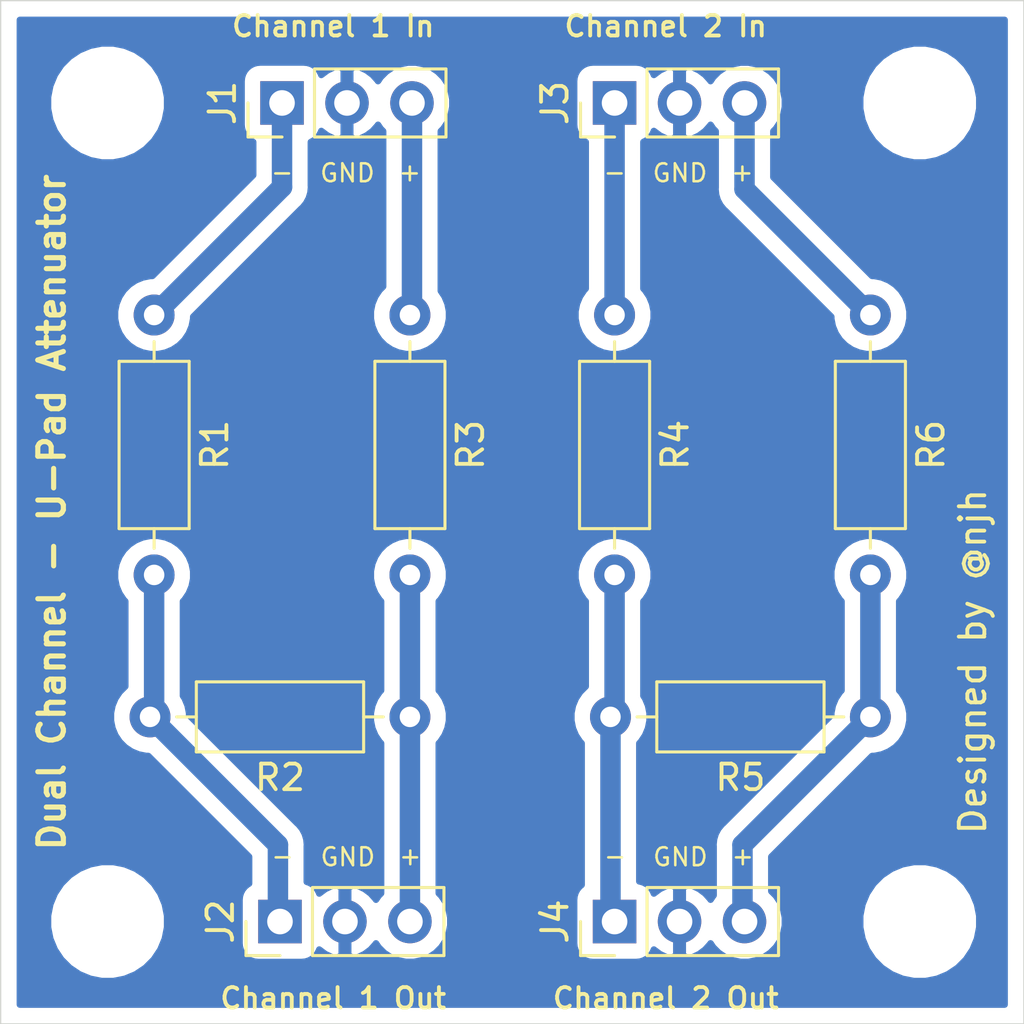
<source format=kicad_pcb>
(kicad_pcb (version 20171130) (host pcbnew "(5.1.6-0-10_14)")

  (general
    (thickness 1.6)
    (drawings 22)
    (tracks 25)
    (zones 0)
    (modules 14)
    (nets 10)
  )

  (page A4)
  (layers
    (0 F.Cu signal)
    (31 B.Cu signal hide)
    (32 B.Adhes user hide)
    (33 F.Adhes user hide)
    (34 B.Paste user hide)
    (35 F.Paste user hide)
    (36 B.SilkS user)
    (37 F.SilkS user)
    (38 B.Mask user)
    (39 F.Mask user)
    (40 Dwgs.User user)
    (41 Cmts.User user)
    (42 Eco1.User user)
    (43 Eco2.User user)
    (44 Edge.Cuts user)
    (45 Margin user)
    (46 B.CrtYd user)
    (47 F.CrtYd user)
    (48 B.Fab user)
    (49 F.Fab user)
  )

  (setup
    (last_trace_width 0.8)
    (user_trace_width 0.8)
    (trace_clearance 0.2)
    (zone_clearance 0.508)
    (zone_45_only no)
    (trace_min 0.8)
    (via_size 0.8)
    (via_drill 0.4)
    (via_min_size 0.4)
    (via_min_drill 0.3)
    (uvia_size 0.3)
    (uvia_drill 0.1)
    (uvias_allowed no)
    (uvia_min_size 0.2)
    (uvia_min_drill 0.1)
    (edge_width 0.05)
    (segment_width 0.2)
    (pcb_text_width 0.3)
    (pcb_text_size 1.5 1.5)
    (mod_edge_width 0.12)
    (mod_text_size 1 1)
    (mod_text_width 0.15)
    (pad_size 1.524 1.524)
    (pad_drill 0.762)
    (pad_to_mask_clearance 0.05)
    (aux_axis_origin 0 0)
    (visible_elements FFFFFF7F)
    (pcbplotparams
      (layerselection 0x030f0_ffffffff)
      (usegerberextensions false)
      (usegerberattributes false)
      (usegerberadvancedattributes false)
      (creategerberjobfile false)
      (excludeedgelayer true)
      (linewidth 0.100000)
      (plotframeref false)
      (viasonmask false)
      (mode 1)
      (useauxorigin false)
      (hpglpennumber 1)
      (hpglpenspeed 20)
      (hpglpendiameter 15.000000)
      (psnegative false)
      (psa4output false)
      (plotreference true)
      (plotvalue false)
      (plotinvisibletext false)
      (padsonsilk true)
      (subtractmaskfromsilk false)
      (outputformat 1)
      (mirror false)
      (drillshape 0)
      (scaleselection 1)
      (outputdirectory "gerber/"))
  )

  (net 0 "")
  (net 1 "Net-(J1-Pad3)")
  (net 2 GND)
  (net 3 "Net-(J1-Pad1)")
  (net 4 "Net-(J2-Pad3)")
  (net 5 "Net-(J2-Pad1)")
  (net 6 "Net-(J3-Pad3)")
  (net 7 "Net-(J3-Pad1)")
  (net 8 "Net-(J4-Pad3)")
  (net 9 "Net-(J4-Pad1)")

  (net_class Default "This is the default net class."
    (clearance 0.2)
    (trace_width 0.8)
    (via_dia 0.8)
    (via_drill 0.4)
    (uvia_dia 0.3)
    (uvia_drill 0.1)
    (diff_pair_width 0.8)
    (diff_pair_gap 0.25)
    (add_net GND)
    (add_net "Net-(J1-Pad1)")
    (add_net "Net-(J1-Pad3)")
    (add_net "Net-(J2-Pad1)")
    (add_net "Net-(J2-Pad3)")
    (add_net "Net-(J3-Pad1)")
    (add_net "Net-(J3-Pad3)")
    (add_net "Net-(J4-Pad1)")
    (add_net "Net-(J4-Pad3)")
  )

  (module Resistor_THT:R_Axial_DIN0207_L6.3mm_D2.5mm_P10.16mm_Horizontal (layer F.Cu) (tedit 5AE5139B) (tstamp 5F70833F)
    (at 73 34.29 270)
    (descr "Resistor, Axial_DIN0207 series, Axial, Horizontal, pin pitch=10.16mm, 0.25W = 1/4W, length*diameter=6.3*2.5mm^2, http://cdn-reichelt.de/documents/datenblatt/B400/1_4W%23YAG.pdf")
    (tags "Resistor Axial_DIN0207 series Axial Horizontal pin pitch 10.16mm 0.25W = 1/4W length 6.3mm diameter 2.5mm")
    (path /5F7152A5)
    (fp_text reference R6 (at 5.08 -2.37 90) (layer F.SilkS)
      (effects (font (size 1 1) (thickness 0.15)))
    )
    (fp_text value R (at 5.08 2.37 90) (layer F.Fab) hide
      (effects (font (size 1 1) (thickness 0.15)))
    )
    (fp_line (start 11.21 -1.5) (end -1.05 -1.5) (layer F.CrtYd) (width 0.05))
    (fp_line (start 11.21 1.5) (end 11.21 -1.5) (layer F.CrtYd) (width 0.05))
    (fp_line (start -1.05 1.5) (end 11.21 1.5) (layer F.CrtYd) (width 0.05))
    (fp_line (start -1.05 -1.5) (end -1.05 1.5) (layer F.CrtYd) (width 0.05))
    (fp_line (start 9.12 0) (end 8.35 0) (layer F.SilkS) (width 0.12))
    (fp_line (start 1.04 0) (end 1.81 0) (layer F.SilkS) (width 0.12))
    (fp_line (start 8.35 -1.37) (end 1.81 -1.37) (layer F.SilkS) (width 0.12))
    (fp_line (start 8.35 1.37) (end 8.35 -1.37) (layer F.SilkS) (width 0.12))
    (fp_line (start 1.81 1.37) (end 8.35 1.37) (layer F.SilkS) (width 0.12))
    (fp_line (start 1.81 -1.37) (end 1.81 1.37) (layer F.SilkS) (width 0.12))
    (fp_line (start 10.16 0) (end 8.23 0) (layer F.Fab) (width 0.1))
    (fp_line (start 0 0) (end 1.93 0) (layer F.Fab) (width 0.1))
    (fp_line (start 8.23 -1.25) (end 1.93 -1.25) (layer F.Fab) (width 0.1))
    (fp_line (start 8.23 1.25) (end 8.23 -1.25) (layer F.Fab) (width 0.1))
    (fp_line (start 1.93 1.25) (end 8.23 1.25) (layer F.Fab) (width 0.1))
    (fp_line (start 1.93 -1.25) (end 1.93 1.25) (layer F.Fab) (width 0.1))
    (fp_text user %R (at 5.08 0 90) (layer F.Fab)
      (effects (font (size 1 1) (thickness 0.15)))
    )
    (pad 2 thru_hole oval (at 10.16 0 270) (size 1.6 1.6) (drill 0.8) (layers *.Cu *.Mask)
      (net 8 "Net-(J4-Pad3)"))
    (pad 1 thru_hole circle (at 0 0 270) (size 1.6 1.6) (drill 0.8) (layers *.Cu *.Mask)
      (net 6 "Net-(J3-Pad3)"))
    (model ${KISYS3DMOD}/Resistor_THT.3dshapes/R_Axial_DIN0207_L6.3mm_D2.5mm_P10.16mm_Horizontal.wrl
      (at (xyz 0 0 0))
      (scale (xyz 1 1 1))
      (rotate (xyz 0 0 0))
    )
  )

  (module MountingHole:MountingHole_3.2mm_M3_ISO14580 (layer F.Cu) (tedit 56D1B4CB) (tstamp 5F73171B)
    (at 43.18 26)
    (descr "Mounting Hole 3.2mm, no annular, M3, ISO14580")
    (tags "mounting hole 3.2mm no annular m3 iso14580")
    (attr virtual)
    (fp_text reference REF** (at 0 -3.75) (layer F.SilkS) hide
      (effects (font (size 1 1) (thickness 0.15)))
    )
    (fp_text value MountingHole_3.2mm_M3_ISO14580 (at 0 3.75) (layer F.Fab) hide
      (effects (font (size 1 1) (thickness 0.15)))
    )
    (fp_circle (center 0 0) (end 2.75 0) (layer Cmts.User) (width 0.15))
    (fp_circle (center 0 0) (end 3 0) (layer F.CrtYd) (width 0.05))
    (fp_text user %R (at 0.3 0) (layer F.Fab)
      (effects (font (size 1 1) (thickness 0.15)))
    )
    (pad 1 np_thru_hole circle (at 0 0) (size 3.2 3.2) (drill 3.2) (layers *.Cu *.Mask))
  )

  (module MountingHole:MountingHole_3.2mm_M3_ISO14580 (layer F.Cu) (tedit 56D1B4CB) (tstamp 5F70F202)
    (at 74.93 58)
    (descr "Mounting Hole 3.2mm, no annular, M3, ISO14580")
    (tags "mounting hole 3.2mm no annular m3 iso14580")
    (attr virtual)
    (fp_text reference REF** (at 0 -3.75) (layer F.SilkS) hide
      (effects (font (size 1 1) (thickness 0.15)))
    )
    (fp_text value MountingHole_3.2mm_M3_ISO14580 (at 0 3.75) (layer F.Fab) hide
      (effects (font (size 1 1) (thickness 0.15)))
    )
    (fp_circle (center 0 0) (end 2.75 0) (layer Cmts.User) (width 0.15))
    (fp_circle (center 0 0) (end 3 0) (layer F.CrtYd) (width 0.05))
    (fp_text user %R (at 0.3 0) (layer F.Fab)
      (effects (font (size 1 1) (thickness 0.15)))
    )
    (pad 1 np_thru_hole circle (at 0 0) (size 3.2 3.2) (drill 3.2) (layers *.Cu *.Mask))
  )

  (module MountingHole:MountingHole_3.2mm_M3_ISO14580 (layer F.Cu) (tedit 56D1B4CB) (tstamp 5F70F2CE)
    (at 43.18 58)
    (descr "Mounting Hole 3.2mm, no annular, M3, ISO14580")
    (tags "mounting hole 3.2mm no annular m3 iso14580")
    (attr virtual)
    (fp_text reference REF** (at 0 -3.75) (layer F.SilkS) hide
      (effects (font (size 1 1) (thickness 0.15)))
    )
    (fp_text value MountingHole_3.2mm_M3_ISO14580 (at 0 3.75) (layer F.Fab) hide
      (effects (font (size 1 1) (thickness 0.15)))
    )
    (fp_circle (center 0 0) (end 2.75 0) (layer Cmts.User) (width 0.15))
    (fp_circle (center 0 0) (end 3 0) (layer F.CrtYd) (width 0.05))
    (fp_text user %R (at 0.3 0) (layer F.Fab)
      (effects (font (size 1 1) (thickness 0.15)))
    )
    (pad 1 np_thru_hole circle (at 0 0) (size 3.2 3.2) (drill 3.2) (layers *.Cu *.Mask))
  )

  (module MountingHole:MountingHole_3.2mm_M3_ISO14580 (layer F.Cu) (tedit 56D1B4CB) (tstamp 5F70F2F1)
    (at 74.93 26)
    (descr "Mounting Hole 3.2mm, no annular, M3, ISO14580")
    (tags "mounting hole 3.2mm no annular m3 iso14580")
    (attr virtual)
    (fp_text reference REF** (at 0 -3.75) (layer F.SilkS) hide
      (effects (font (size 1 1) (thickness 0.15)))
    )
    (fp_text value MountingHole_3.2mm_M3_ISO14580 (at 0 3.75) (layer F.Fab) hide
      (effects (font (size 1 1) (thickness 0.15)))
    )
    (fp_circle (center 0 0) (end 2.75 0) (layer Cmts.User) (width 0.15))
    (fp_circle (center 0 0) (end 3 0) (layer F.CrtYd) (width 0.05))
    (fp_text user %R (at 0.3 0) (layer F.Fab)
      (effects (font (size 1 1) (thickness 0.15)))
    )
    (pad 1 np_thru_hole circle (at 0 0) (size 3.2 3.2) (drill 3.2) (layers *.Cu *.Mask))
  )

  (module Resistor_THT:R_Axial_DIN0207_L6.3mm_D2.5mm_P10.16mm_Horizontal (layer F.Cu) (tedit 5AE5139B) (tstamp 5F708328)
    (at 73 50 180)
    (descr "Resistor, Axial_DIN0207 series, Axial, Horizontal, pin pitch=10.16mm, 0.25W = 1/4W, length*diameter=6.3*2.5mm^2, http://cdn-reichelt.de/documents/datenblatt/B400/1_4W%23YAG.pdf")
    (tags "Resistor Axial_DIN0207 series Axial Horizontal pin pitch 10.16mm 0.25W = 1/4W length 6.3mm diameter 2.5mm")
    (path /5F71529B)
    (fp_text reference R5 (at 5.08 -2.37) (layer F.SilkS)
      (effects (font (size 1 1) (thickness 0.15)))
    )
    (fp_text value R (at 5.08 2.37) (layer F.Fab) hide
      (effects (font (size 1 1) (thickness 0.15)))
    )
    (fp_line (start 11.21 -1.5) (end -1.05 -1.5) (layer F.CrtYd) (width 0.05))
    (fp_line (start 11.21 1.5) (end 11.21 -1.5) (layer F.CrtYd) (width 0.05))
    (fp_line (start -1.05 1.5) (end 11.21 1.5) (layer F.CrtYd) (width 0.05))
    (fp_line (start -1.05 -1.5) (end -1.05 1.5) (layer F.CrtYd) (width 0.05))
    (fp_line (start 9.12 0) (end 8.35 0) (layer F.SilkS) (width 0.12))
    (fp_line (start 1.04 0) (end 1.81 0) (layer F.SilkS) (width 0.12))
    (fp_line (start 8.35 -1.37) (end 1.81 -1.37) (layer F.SilkS) (width 0.12))
    (fp_line (start 8.35 1.37) (end 8.35 -1.37) (layer F.SilkS) (width 0.12))
    (fp_line (start 1.81 1.37) (end 8.35 1.37) (layer F.SilkS) (width 0.12))
    (fp_line (start 1.81 -1.37) (end 1.81 1.37) (layer F.SilkS) (width 0.12))
    (fp_line (start 10.16 0) (end 8.23 0) (layer F.Fab) (width 0.1))
    (fp_line (start 0 0) (end 1.93 0) (layer F.Fab) (width 0.1))
    (fp_line (start 8.23 -1.25) (end 1.93 -1.25) (layer F.Fab) (width 0.1))
    (fp_line (start 8.23 1.25) (end 8.23 -1.25) (layer F.Fab) (width 0.1))
    (fp_line (start 1.93 1.25) (end 8.23 1.25) (layer F.Fab) (width 0.1))
    (fp_line (start 1.93 -1.25) (end 1.93 1.25) (layer F.Fab) (width 0.1))
    (fp_text user %R (at 5.08 0) (layer F.Fab)
      (effects (font (size 1 1) (thickness 0.15)))
    )
    (pad 2 thru_hole oval (at 10.16 0 180) (size 1.6 1.6) (drill 0.8) (layers *.Cu *.Mask)
      (net 9 "Net-(J4-Pad1)"))
    (pad 1 thru_hole circle (at 0 0 180) (size 1.6 1.6) (drill 0.8) (layers *.Cu *.Mask)
      (net 8 "Net-(J4-Pad3)"))
    (model ${KISYS3DMOD}/Resistor_THT.3dshapes/R_Axial_DIN0207_L6.3mm_D2.5mm_P10.16mm_Horizontal.wrl
      (at (xyz 0 0 0))
      (scale (xyz 1 1 1))
      (rotate (xyz 0 0 0))
    )
  )

  (module Resistor_THT:R_Axial_DIN0207_L6.3mm_D2.5mm_P10.16mm_Horizontal (layer F.Cu) (tedit 5AE5139B) (tstamp 5F708311)
    (at 63 34.29 270)
    (descr "Resistor, Axial_DIN0207 series, Axial, Horizontal, pin pitch=10.16mm, 0.25W = 1/4W, length*diameter=6.3*2.5mm^2, http://cdn-reichelt.de/documents/datenblatt/B400/1_4W%23YAG.pdf")
    (tags "Resistor Axial_DIN0207 series Axial Horizontal pin pitch 10.16mm 0.25W = 1/4W length 6.3mm diameter 2.5mm")
    (path /5F7152E1)
    (fp_text reference R4 (at 5.08 -2.37 90) (layer F.SilkS)
      (effects (font (size 1 1) (thickness 0.15)))
    )
    (fp_text value R (at 5.08 2.37 90) (layer F.Fab) hide
      (effects (font (size 1 1) (thickness 0.15)))
    )
    (fp_line (start 11.21 -1.5) (end -1.05 -1.5) (layer F.CrtYd) (width 0.05))
    (fp_line (start 11.21 1.5) (end 11.21 -1.5) (layer F.CrtYd) (width 0.05))
    (fp_line (start -1.05 1.5) (end 11.21 1.5) (layer F.CrtYd) (width 0.05))
    (fp_line (start -1.05 -1.5) (end -1.05 1.5) (layer F.CrtYd) (width 0.05))
    (fp_line (start 9.12 0) (end 8.35 0) (layer F.SilkS) (width 0.12))
    (fp_line (start 1.04 0) (end 1.81 0) (layer F.SilkS) (width 0.12))
    (fp_line (start 8.35 -1.37) (end 1.81 -1.37) (layer F.SilkS) (width 0.12))
    (fp_line (start 8.35 1.37) (end 8.35 -1.37) (layer F.SilkS) (width 0.12))
    (fp_line (start 1.81 1.37) (end 8.35 1.37) (layer F.SilkS) (width 0.12))
    (fp_line (start 1.81 -1.37) (end 1.81 1.37) (layer F.SilkS) (width 0.12))
    (fp_line (start 10.16 0) (end 8.23 0) (layer F.Fab) (width 0.1))
    (fp_line (start 0 0) (end 1.93 0) (layer F.Fab) (width 0.1))
    (fp_line (start 8.23 -1.25) (end 1.93 -1.25) (layer F.Fab) (width 0.1))
    (fp_line (start 8.23 1.25) (end 8.23 -1.25) (layer F.Fab) (width 0.1))
    (fp_line (start 1.93 1.25) (end 8.23 1.25) (layer F.Fab) (width 0.1))
    (fp_line (start 1.93 -1.25) (end 1.93 1.25) (layer F.Fab) (width 0.1))
    (fp_text user %R (at 5.08 0 90) (layer F.Fab)
      (effects (font (size 1 1) (thickness 0.15)))
    )
    (pad 2 thru_hole oval (at 10.16 0 270) (size 1.6 1.6) (drill 0.8) (layers *.Cu *.Mask)
      (net 9 "Net-(J4-Pad1)"))
    (pad 1 thru_hole circle (at 0 0 270) (size 1.6 1.6) (drill 0.8) (layers *.Cu *.Mask)
      (net 7 "Net-(J3-Pad1)"))
    (model ${KISYS3DMOD}/Resistor_THT.3dshapes/R_Axial_DIN0207_L6.3mm_D2.5mm_P10.16mm_Horizontal.wrl
      (at (xyz 0 0 0))
      (scale (xyz 1 1 1))
      (rotate (xyz 0 0 0))
    )
  )

  (module Connector_PinHeader_2.54mm:PinHeader_1x03_P2.54mm_Vertical (layer F.Cu) (tedit 59FED5CC) (tstamp 5F708276)
    (at 63 58 90)
    (descr "Through hole straight pin header, 1x03, 2.54mm pitch, single row")
    (tags "Through hole pin header THT 1x03 2.54mm single row")
    (path /5F7152AF)
    (fp_text reference J4 (at 0 -2.33 90) (layer F.SilkS)
      (effects (font (size 1 1) (thickness 0.15)))
    )
    (fp_text value Conn_01x03_Male (at 0 7.41 90) (layer F.Fab) hide
      (effects (font (size 1 1) (thickness 0.15)))
    )
    (fp_line (start 1.8 -1.8) (end -1.8 -1.8) (layer F.CrtYd) (width 0.05))
    (fp_line (start 1.8 6.85) (end 1.8 -1.8) (layer F.CrtYd) (width 0.05))
    (fp_line (start -1.8 6.85) (end 1.8 6.85) (layer F.CrtYd) (width 0.05))
    (fp_line (start -1.8 -1.8) (end -1.8 6.85) (layer F.CrtYd) (width 0.05))
    (fp_line (start -1.33 -1.33) (end 0 -1.33) (layer F.SilkS) (width 0.12))
    (fp_line (start -1.33 0) (end -1.33 -1.33) (layer F.SilkS) (width 0.12))
    (fp_line (start -1.33 1.27) (end 1.33 1.27) (layer F.SilkS) (width 0.12))
    (fp_line (start 1.33 1.27) (end 1.33 6.41) (layer F.SilkS) (width 0.12))
    (fp_line (start -1.33 1.27) (end -1.33 6.41) (layer F.SilkS) (width 0.12))
    (fp_line (start -1.33 6.41) (end 1.33 6.41) (layer F.SilkS) (width 0.12))
    (fp_line (start -1.27 -0.635) (end -0.635 -1.27) (layer F.Fab) (width 0.1))
    (fp_line (start -1.27 6.35) (end -1.27 -0.635) (layer F.Fab) (width 0.1))
    (fp_line (start 1.27 6.35) (end -1.27 6.35) (layer F.Fab) (width 0.1))
    (fp_line (start 1.27 -1.27) (end 1.27 6.35) (layer F.Fab) (width 0.1))
    (fp_line (start -0.635 -1.27) (end 1.27 -1.27) (layer F.Fab) (width 0.1))
    (fp_text user %R (at 0 2.54) (layer F.Fab)
      (effects (font (size 1 1) (thickness 0.15)))
    )
    (pad 3 thru_hole oval (at 0 5.08 90) (size 1.7 1.7) (drill 1) (layers *.Cu *.Mask)
      (net 8 "Net-(J4-Pad3)"))
    (pad 2 thru_hole oval (at 0 2.54 90) (size 1.7 1.7) (drill 1) (layers *.Cu *.Mask)
      (net 2 GND))
    (pad 1 thru_hole rect (at 0 0 90) (size 1.7 1.7) (drill 1) (layers *.Cu *.Mask)
      (net 9 "Net-(J4-Pad1)"))
    (model ${KISYS3DMOD}/Connector_PinHeader_2.54mm.3dshapes/PinHeader_1x03_P2.54mm_Vertical.wrl
      (at (xyz 0 0 0))
      (scale (xyz 1 1 1))
      (rotate (xyz 0 0 0))
    )
  )

  (module Connector_PinHeader_2.54mm:PinHeader_1x03_P2.54mm_Vertical (layer F.Cu) (tedit 59FED5CC) (tstamp 5F70825F)
    (at 63 26 90)
    (descr "Through hole straight pin header, 1x03, 2.54mm pitch, single row")
    (tags "Through hole pin header THT 1x03 2.54mm single row")
    (path /5F7152D6)
    (fp_text reference J3 (at 0 -2.33 90) (layer F.SilkS)
      (effects (font (size 1 1) (thickness 0.15)))
    )
    (fp_text value Conn_01x03_Male (at 0 7.41 90) (layer F.Fab) hide
      (effects (font (size 1 1) (thickness 0.15)))
    )
    (fp_line (start 1.8 -1.8) (end -1.8 -1.8) (layer F.CrtYd) (width 0.05))
    (fp_line (start 1.8 6.85) (end 1.8 -1.8) (layer F.CrtYd) (width 0.05))
    (fp_line (start -1.8 6.85) (end 1.8 6.85) (layer F.CrtYd) (width 0.05))
    (fp_line (start -1.8 -1.8) (end -1.8 6.85) (layer F.CrtYd) (width 0.05))
    (fp_line (start -1.33 -1.33) (end 0 -1.33) (layer F.SilkS) (width 0.12))
    (fp_line (start -1.33 0) (end -1.33 -1.33) (layer F.SilkS) (width 0.12))
    (fp_line (start -1.33 1.27) (end 1.33 1.27) (layer F.SilkS) (width 0.12))
    (fp_line (start 1.33 1.27) (end 1.33 6.41) (layer F.SilkS) (width 0.12))
    (fp_line (start -1.33 1.27) (end -1.33 6.41) (layer F.SilkS) (width 0.12))
    (fp_line (start -1.33 6.41) (end 1.33 6.41) (layer F.SilkS) (width 0.12))
    (fp_line (start -1.27 -0.635) (end -0.635 -1.27) (layer F.Fab) (width 0.1))
    (fp_line (start -1.27 6.35) (end -1.27 -0.635) (layer F.Fab) (width 0.1))
    (fp_line (start 1.27 6.35) (end -1.27 6.35) (layer F.Fab) (width 0.1))
    (fp_line (start 1.27 -1.27) (end 1.27 6.35) (layer F.Fab) (width 0.1))
    (fp_line (start -0.635 -1.27) (end 1.27 -1.27) (layer F.Fab) (width 0.1))
    (fp_text user %R (at 0 2.54) (layer F.Fab)
      (effects (font (size 1 1) (thickness 0.15)))
    )
    (pad 3 thru_hole oval (at 0 5.08 90) (size 1.7 1.7) (drill 1) (layers *.Cu *.Mask)
      (net 6 "Net-(J3-Pad3)"))
    (pad 2 thru_hole oval (at 0 2.54 90) (size 1.7 1.7) (drill 1) (layers *.Cu *.Mask)
      (net 2 GND))
    (pad 1 thru_hole rect (at 0 0 90) (size 1.7 1.7) (drill 1) (layers *.Cu *.Mask)
      (net 7 "Net-(J3-Pad1)"))
    (model ${KISYS3DMOD}/Connector_PinHeader_2.54mm.3dshapes/PinHeader_1x03_P2.54mm_Vertical.wrl
      (at (xyz 0 0 0))
      (scale (xyz 1 1 1))
      (rotate (xyz 0 0 0))
    )
  )

  (module Connector_PinHeader_2.54mm:PinHeader_1x03_P2.54mm_Vertical (layer F.Cu) (tedit 59FED5CC) (tstamp 5F7033F9)
    (at 49.92 58 90)
    (descr "Through hole straight pin header, 1x03, 2.54mm pitch, single row")
    (tags "Through hole pin header THT 1x03 2.54mm single row")
    (path /5F6FEFE5)
    (fp_text reference J2 (at 0 -2.33 90) (layer F.SilkS)
      (effects (font (size 1 1) (thickness 0.15)))
    )
    (fp_text value Conn_01x03_Male (at 0 7.41 90) (layer F.Fab) hide
      (effects (font (size 1 1) (thickness 0.15)))
    )
    (fp_line (start -0.635 -1.27) (end 1.27 -1.27) (layer F.Fab) (width 0.1))
    (fp_line (start 1.27 -1.27) (end 1.27 6.35) (layer F.Fab) (width 0.1))
    (fp_line (start 1.27 6.35) (end -1.27 6.35) (layer F.Fab) (width 0.1))
    (fp_line (start -1.27 6.35) (end -1.27 -0.635) (layer F.Fab) (width 0.1))
    (fp_line (start -1.27 -0.635) (end -0.635 -1.27) (layer F.Fab) (width 0.1))
    (fp_line (start -1.33 6.41) (end 1.33 6.41) (layer F.SilkS) (width 0.12))
    (fp_line (start -1.33 1.27) (end -1.33 6.41) (layer F.SilkS) (width 0.12))
    (fp_line (start 1.33 1.27) (end 1.33 6.41) (layer F.SilkS) (width 0.12))
    (fp_line (start -1.33 1.27) (end 1.33 1.27) (layer F.SilkS) (width 0.12))
    (fp_line (start -1.33 0) (end -1.33 -1.33) (layer F.SilkS) (width 0.12))
    (fp_line (start -1.33 -1.33) (end 0 -1.33) (layer F.SilkS) (width 0.12))
    (fp_line (start -1.8 -1.8) (end -1.8 6.85) (layer F.CrtYd) (width 0.05))
    (fp_line (start -1.8 6.85) (end 1.8 6.85) (layer F.CrtYd) (width 0.05))
    (fp_line (start 1.8 6.85) (end 1.8 -1.8) (layer F.CrtYd) (width 0.05))
    (fp_line (start 1.8 -1.8) (end -1.8 -1.8) (layer F.CrtYd) (width 0.05))
    (fp_text user %R (at 0 2.54) (layer F.Fab)
      (effects (font (size 1 1) (thickness 0.15)))
    )
    (pad 3 thru_hole oval (at 0 5.08 90) (size 1.7 1.7) (drill 1) (layers *.Cu *.Mask)
      (net 4 "Net-(J2-Pad3)"))
    (pad 2 thru_hole oval (at 0 2.54 90) (size 1.7 1.7) (drill 1) (layers *.Cu *.Mask)
      (net 2 GND))
    (pad 1 thru_hole rect (at 0 0 90) (size 1.7 1.7) (drill 1) (layers *.Cu *.Mask)
      (net 5 "Net-(J2-Pad1)"))
    (model ${KISYS3DMOD}/Connector_PinHeader_2.54mm.3dshapes/PinHeader_1x03_P2.54mm_Vertical.wrl
      (at (xyz 0 0 0))
      (scale (xyz 1 1 1))
      (rotate (xyz 0 0 0))
    )
  )

  (module Connector_PinHeader_2.54mm:PinHeader_1x03_P2.54mm_Vertical (layer F.Cu) (tedit 59FED5CC) (tstamp 5F7033B9)
    (at 50 26 90)
    (descr "Through hole straight pin header, 1x03, 2.54mm pitch, single row")
    (tags "Through hole pin header THT 1x03 2.54mm single row")
    (path /5F6FD379)
    (fp_text reference J1 (at 0 -2.33 90) (layer F.SilkS)
      (effects (font (size 1 1) (thickness 0.15)))
    )
    (fp_text value Conn_01x03_Male (at 0 7.41 90) (layer F.Fab) hide
      (effects (font (size 1 1) (thickness 0.15)))
    )
    (fp_line (start -0.635 -1.27) (end 1.27 -1.27) (layer F.Fab) (width 0.1))
    (fp_line (start 1.27 -1.27) (end 1.27 6.35) (layer F.Fab) (width 0.1))
    (fp_line (start 1.27 6.35) (end -1.27 6.35) (layer F.Fab) (width 0.1))
    (fp_line (start -1.27 6.35) (end -1.27 -0.635) (layer F.Fab) (width 0.1))
    (fp_line (start -1.27 -0.635) (end -0.635 -1.27) (layer F.Fab) (width 0.1))
    (fp_line (start -1.33 6.41) (end 1.33 6.41) (layer F.SilkS) (width 0.12))
    (fp_line (start -1.33 1.27) (end -1.33 6.41) (layer F.SilkS) (width 0.12))
    (fp_line (start 1.33 1.27) (end 1.33 6.41) (layer F.SilkS) (width 0.12))
    (fp_line (start -1.33 1.27) (end 1.33 1.27) (layer F.SilkS) (width 0.12))
    (fp_line (start -1.33 0) (end -1.33 -1.33) (layer F.SilkS) (width 0.12))
    (fp_line (start -1.33 -1.33) (end 0 -1.33) (layer F.SilkS) (width 0.12))
    (fp_line (start -1.8 -1.8) (end -1.8 6.85) (layer F.CrtYd) (width 0.05))
    (fp_line (start -1.8 6.85) (end 1.8 6.85) (layer F.CrtYd) (width 0.05))
    (fp_line (start 1.8 6.85) (end 1.8 -1.8) (layer F.CrtYd) (width 0.05))
    (fp_line (start 1.8 -1.8) (end -1.8 -1.8) (layer F.CrtYd) (width 0.05))
    (fp_text user %R (at 0 2.54) (layer F.Fab)
      (effects (font (size 1 1) (thickness 0.15)))
    )
    (pad 3 thru_hole oval (at 0 5.08 90) (size 1.7 1.7) (drill 1) (layers *.Cu *.Mask)
      (net 1 "Net-(J1-Pad3)"))
    (pad 2 thru_hole oval (at 0 2.54 90) (size 1.7 1.7) (drill 1) (layers *.Cu *.Mask)
      (net 2 GND))
    (pad 1 thru_hole rect (at 0 0 90) (size 1.7 1.7) (drill 1) (layers *.Cu *.Mask)
      (net 3 "Net-(J1-Pad1)"))
    (model ${KISYS3DMOD}/Connector_PinHeader_2.54mm.3dshapes/PinHeader_1x03_P2.54mm_Vertical.wrl
      (at (xyz 0 0 0))
      (scale (xyz 1 1 1))
      (rotate (xyz 0 0 0))
    )
  )

  (module Resistor_THT:R_Axial_DIN0207_L6.3mm_D2.5mm_P10.16mm_Horizontal (layer F.Cu) (tedit 5AE5139B) (tstamp 5F70343E)
    (at 55 34.29 270)
    (descr "Resistor, Axial_DIN0207 series, Axial, Horizontal, pin pitch=10.16mm, 0.25W = 1/4W, length*diameter=6.3*2.5mm^2, http://cdn-reichelt.de/documents/datenblatt/B400/1_4W%23YAG.pdf")
    (tags "Resistor Axial_DIN0207 series Axial Horizontal pin pitch 10.16mm 0.25W = 1/4W length 6.3mm diameter 2.5mm")
    (path /5F6F894C)
    (fp_text reference R3 (at 5.08 -2.37 90) (layer F.SilkS)
      (effects (font (size 1 1) (thickness 0.15)))
    )
    (fp_text value R (at 5.08 2.37 90) (layer F.Fab) hide
      (effects (font (size 1 1) (thickness 0.15)))
    )
    (fp_line (start 1.93 -1.25) (end 1.93 1.25) (layer F.Fab) (width 0.1))
    (fp_line (start 1.93 1.25) (end 8.23 1.25) (layer F.Fab) (width 0.1))
    (fp_line (start 8.23 1.25) (end 8.23 -1.25) (layer F.Fab) (width 0.1))
    (fp_line (start 8.23 -1.25) (end 1.93 -1.25) (layer F.Fab) (width 0.1))
    (fp_line (start 0 0) (end 1.93 0) (layer F.Fab) (width 0.1))
    (fp_line (start 10.16 0) (end 8.23 0) (layer F.Fab) (width 0.1))
    (fp_line (start 1.81 -1.37) (end 1.81 1.37) (layer F.SilkS) (width 0.12))
    (fp_line (start 1.81 1.37) (end 8.35 1.37) (layer F.SilkS) (width 0.12))
    (fp_line (start 8.35 1.37) (end 8.35 -1.37) (layer F.SilkS) (width 0.12))
    (fp_line (start 8.35 -1.37) (end 1.81 -1.37) (layer F.SilkS) (width 0.12))
    (fp_line (start 1.04 0) (end 1.81 0) (layer F.SilkS) (width 0.12))
    (fp_line (start 9.12 0) (end 8.35 0) (layer F.SilkS) (width 0.12))
    (fp_line (start -1.05 -1.5) (end -1.05 1.5) (layer F.CrtYd) (width 0.05))
    (fp_line (start -1.05 1.5) (end 11.21 1.5) (layer F.CrtYd) (width 0.05))
    (fp_line (start 11.21 1.5) (end 11.21 -1.5) (layer F.CrtYd) (width 0.05))
    (fp_line (start 11.21 -1.5) (end -1.05 -1.5) (layer F.CrtYd) (width 0.05))
    (fp_text user %R (at 5.08 0 90) (layer F.Fab)
      (effects (font (size 1 1) (thickness 0.15)))
    )
    (pad 2 thru_hole oval (at 10.16 0 270) (size 1.6 1.6) (drill 0.8) (layers *.Cu *.Mask)
      (net 4 "Net-(J2-Pad3)"))
    (pad 1 thru_hole circle (at 0 0 270) (size 1.6 1.6) (drill 0.8) (layers *.Cu *.Mask)
      (net 1 "Net-(J1-Pad3)"))
    (model ${KISYS3DMOD}/Resistor_THT.3dshapes/R_Axial_DIN0207_L6.3mm_D2.5mm_P10.16mm_Horizontal.wrl
      (at (xyz 0 0 0))
      (scale (xyz 1 1 1))
      (rotate (xyz 0 0 0))
    )
  )

  (module Resistor_THT:R_Axial_DIN0207_L6.3mm_D2.5mm_P10.16mm_Horizontal (layer F.Cu) (tedit 5AE5139B) (tstamp 5F73183A)
    (at 55 50 180)
    (descr "Resistor, Axial_DIN0207 series, Axial, Horizontal, pin pitch=10.16mm, 0.25W = 1/4W, length*diameter=6.3*2.5mm^2, http://cdn-reichelt.de/documents/datenblatt/B400/1_4W%23YAG.pdf")
    (tags "Resistor Axial_DIN0207 series Axial Horizontal pin pitch 10.16mm 0.25W = 1/4W length 6.3mm diameter 2.5mm")
    (path /5F6F7CF9)
    (fp_text reference R2 (at 5.08 -2.37) (layer F.SilkS)
      (effects (font (size 1 1) (thickness 0.15)))
    )
    (fp_text value R (at 5.08 2.37) (layer F.Fab) hide
      (effects (font (size 1 1) (thickness 0.15)))
    )
    (fp_line (start 1.93 -1.25) (end 1.93 1.25) (layer F.Fab) (width 0.1))
    (fp_line (start 1.93 1.25) (end 8.23 1.25) (layer F.Fab) (width 0.1))
    (fp_line (start 8.23 1.25) (end 8.23 -1.25) (layer F.Fab) (width 0.1))
    (fp_line (start 8.23 -1.25) (end 1.93 -1.25) (layer F.Fab) (width 0.1))
    (fp_line (start 0 0) (end 1.93 0) (layer F.Fab) (width 0.1))
    (fp_line (start 10.16 0) (end 8.23 0) (layer F.Fab) (width 0.1))
    (fp_line (start 1.81 -1.37) (end 1.81 1.37) (layer F.SilkS) (width 0.12))
    (fp_line (start 1.81 1.37) (end 8.35 1.37) (layer F.SilkS) (width 0.12))
    (fp_line (start 8.35 1.37) (end 8.35 -1.37) (layer F.SilkS) (width 0.12))
    (fp_line (start 8.35 -1.37) (end 1.81 -1.37) (layer F.SilkS) (width 0.12))
    (fp_line (start 1.04 0) (end 1.81 0) (layer F.SilkS) (width 0.12))
    (fp_line (start 9.12 0) (end 8.35 0) (layer F.SilkS) (width 0.12))
    (fp_line (start -1.05 -1.5) (end -1.05 1.5) (layer F.CrtYd) (width 0.05))
    (fp_line (start -1.05 1.5) (end 11.21 1.5) (layer F.CrtYd) (width 0.05))
    (fp_line (start 11.21 1.5) (end 11.21 -1.5) (layer F.CrtYd) (width 0.05))
    (fp_line (start 11.21 -1.5) (end -1.05 -1.5) (layer F.CrtYd) (width 0.05))
    (fp_text user %R (at 5.08 0) (layer F.Fab)
      (effects (font (size 1 1) (thickness 0.15)))
    )
    (pad 2 thru_hole oval (at 10.16 0 180) (size 1.6 1.6) (drill 0.8) (layers *.Cu *.Mask)
      (net 5 "Net-(J2-Pad1)"))
    (pad 1 thru_hole circle (at 0 0 180) (size 1.6 1.6) (drill 0.8) (layers *.Cu *.Mask)
      (net 4 "Net-(J2-Pad3)"))
    (model ${KISYS3DMOD}/Resistor_THT.3dshapes/R_Axial_DIN0207_L6.3mm_D2.5mm_P10.16mm_Horizontal.wrl
      (at (xyz 0 0 0))
      (scale (xyz 1 1 1))
      (rotate (xyz 0 0 0))
    )
  )

  (module Resistor_THT:R_Axial_DIN0207_L6.3mm_D2.5mm_P10.16mm_Horizontal (layer F.Cu) (tedit 5AE5139B) (tstamp 5F703410)
    (at 45 34.29 270)
    (descr "Resistor, Axial_DIN0207 series, Axial, Horizontal, pin pitch=10.16mm, 0.25W = 1/4W, length*diameter=6.3*2.5mm^2, http://cdn-reichelt.de/documents/datenblatt/B400/1_4W%23YAG.pdf")
    (tags "Resistor Axial_DIN0207 series Axial Horizontal pin pitch 10.16mm 0.25W = 1/4W length 6.3mm diameter 2.5mm")
    (path /5F6F755D)
    (fp_text reference R1 (at 5.08 -2.37 90) (layer F.SilkS)
      (effects (font (size 1 1) (thickness 0.15)))
    )
    (fp_text value R (at 5.08 2.37 90) (layer F.Fab) hide
      (effects (font (size 1 1) (thickness 0.15)))
    )
    (fp_line (start 1.93 -1.25) (end 1.93 1.25) (layer F.Fab) (width 0.1))
    (fp_line (start 1.93 1.25) (end 8.23 1.25) (layer F.Fab) (width 0.1))
    (fp_line (start 8.23 1.25) (end 8.23 -1.25) (layer F.Fab) (width 0.1))
    (fp_line (start 8.23 -1.25) (end 1.93 -1.25) (layer F.Fab) (width 0.1))
    (fp_line (start 0 0) (end 1.93 0) (layer F.Fab) (width 0.1))
    (fp_line (start 10.16 0) (end 8.23 0) (layer F.Fab) (width 0.1))
    (fp_line (start 1.81 -1.37) (end 1.81 1.37) (layer F.SilkS) (width 0.12))
    (fp_line (start 1.81 1.37) (end 8.35 1.37) (layer F.SilkS) (width 0.12))
    (fp_line (start 8.35 1.37) (end 8.35 -1.37) (layer F.SilkS) (width 0.12))
    (fp_line (start 8.35 -1.37) (end 1.81 -1.37) (layer F.SilkS) (width 0.12))
    (fp_line (start 1.04 0) (end 1.81 0) (layer F.SilkS) (width 0.12))
    (fp_line (start 9.12 0) (end 8.35 0) (layer F.SilkS) (width 0.12))
    (fp_line (start -1.05 -1.5) (end -1.05 1.5) (layer F.CrtYd) (width 0.05))
    (fp_line (start -1.05 1.5) (end 11.21 1.5) (layer F.CrtYd) (width 0.05))
    (fp_line (start 11.21 1.5) (end 11.21 -1.5) (layer F.CrtYd) (width 0.05))
    (fp_line (start 11.21 -1.5) (end -1.05 -1.5) (layer F.CrtYd) (width 0.05))
    (fp_text user %R (at 5.08 0 90) (layer F.Fab)
      (effects (font (size 1 1) (thickness 0.15)))
    )
    (pad 2 thru_hole oval (at 10.16 0 270) (size 1.6 1.6) (drill 0.8) (layers *.Cu *.Mask)
      (net 5 "Net-(J2-Pad1)"))
    (pad 1 thru_hole circle (at 0 0 270) (size 1.6 1.6) (drill 0.8) (layers *.Cu *.Mask)
      (net 3 "Net-(J1-Pad1)"))
    (model ${KISYS3DMOD}/Resistor_THT.3dshapes/R_Axial_DIN0207_L6.3mm_D2.5mm_P10.16mm_Horizontal.wrl
      (at (xyz 0 0 0))
      (scale (xyz 1 1 1))
      (rotate (xyz 0 0 0))
    )
  )

  (gr_text - (at 63.020635 55.439168) (layer F.SilkS) (tstamp 5F733038)
    (effects (font (size 0.7 0.7) (thickness 0.1)))
  )
  (gr_text GND (at 65.573446 55.476988) (layer F.SilkS) (tstamp 5F733037)
    (effects (font (size 0.7 0.7) (thickness 0.1)))
  )
  (gr_text + (at 68.0128 55.439168) (layer F.SilkS) (tstamp 5F733036)
    (effects (font (size 0.7 0.7) (thickness 0.1)))
  )
  (gr_text GND (at 52.573446 55.476988) (layer F.SilkS) (tstamp 5F733017)
    (effects (font (size 0.7 0.7) (thickness 0.1)))
  )
  (gr_text + (at 55.0128 55.439168) (layer F.SilkS) (tstamp 5F733016)
    (effects (font (size 0.7 0.7) (thickness 0.1)))
  )
  (gr_text - (at 50.020635 55.439168) (layer F.SilkS) (tstamp 5F733015)
    (effects (font (size 0.7 0.7) (thickness 0.1)))
  )
  (gr_text GND (at 65.557703 28.739962) (layer F.SilkS) (tstamp 5F733007)
    (effects (font (size 0.7 0.7) (thickness 0.1)))
  )
  (gr_text + (at 67.997057 28.702142) (layer F.SilkS) (tstamp 5F733006)
    (effects (font (size 0.7 0.7) (thickness 0.1)))
  )
  (gr_text - (at 63.004892 28.702142) (layer F.SilkS) (tstamp 5F733005)
    (effects (font (size 0.7 0.7) (thickness 0.1)))
  )
  (gr_text + (at 54.997057 28.702142) (layer F.SilkS) (tstamp 5F732F88)
    (effects (font (size 0.7 0.7) (thickness 0.1)))
  )
  (gr_text - (at 50.004892 28.702142) (layer F.SilkS) (tstamp 5F732F8B)
    (effects (font (size 0.7 0.7) (thickness 0.1)))
  )
  (gr_text GND (at 52.557703 28.739962) (layer F.SilkS) (tstamp 5F732F85)
    (effects (font (size 0.7 0.7) (thickness 0.1)))
  )
  (gr_text "Channel 2 Out" (at 65 61) (layer F.SilkS) (tstamp 5F732DED)
    (effects (font (size 0.8 0.8) (thickness 0.15)))
  )
  (gr_text "Channel 1 Out" (at 52 61) (layer F.SilkS) (tstamp 5F732DE6)
    (effects (font (size 0.8 0.8) (thickness 0.15)))
  )
  (gr_text "Channel 2 In" (at 65 23) (layer F.SilkS)
    (effects (font (size 0.8 0.8) (thickness 0.15)))
  )
  (gr_text "Channel 1 In" (at 52 23) (layer F.SilkS)
    (effects (font (size 0.8 0.8) (thickness 0.15)))
  )
  (gr_text "Designed by @njh" (at 77 41 90) (layer F.SilkS)
    (effects (font (size 1 1) (thickness 0.15)) (justify right))
  )
  (gr_text "Dual Channel - U-Pad Attenuator" (at 41 42 90) (layer F.SilkS)
    (effects (font (size 1 1) (thickness 0.2)))
  )
  (gr_line (start 39 62) (end 39 22) (layer Edge.Cuts) (width 0.05) (tstamp 5F731739))
  (gr_line (start 79 62) (end 39 62) (layer Edge.Cuts) (width 0.05))
  (gr_line (start 79 22) (end 79 62) (layer Edge.Cuts) (width 0.05))
  (gr_line (start 39 22) (end 79 22) (layer Edge.Cuts) (width 0.05))

  (segment (start 55.08 34.21) (end 55 34.29) (width 0.8) (layer B.Cu) (net 1))
  (segment (start 55.08 26) (end 55.08 34.21) (width 0.8) (layer B.Cu) (net 1))
  (segment (start 52.54 57.92) (end 52.46 58) (width 0.8) (layer F.Cu) (net 2))
  (segment (start 50 29.29) (end 45 34.29) (width 0.8) (layer B.Cu) (net 3))
  (segment (start 50 26) (end 50 29.29) (width 0.8) (layer B.Cu) (net 3))
  (segment (start 55 44.45) (end 55 50) (width 0.8) (layer B.Cu) (net 4))
  (segment (start 55 50) (end 55 58) (width 0.8) (layer B.Cu) (net 4))
  (segment (start 49.72 57.8) (end 49.92 58) (width 0.8) (layer F.Cu) (net 5))
  (segment (start 45 49.84) (end 44.84 50) (width 0.8) (layer B.Cu) (net 5))
  (segment (start 45 44.45) (end 45 49.84) (width 0.8) (layer B.Cu) (net 5))
  (segment (start 44.84 50) (end 49.84 55) (width 0.8) (layer B.Cu) (net 5))
  (segment (start 49.84 57.92) (end 49.92 58) (width 0.8) (layer B.Cu) (net 5))
  (segment (start 49.84 55) (end 49.84 57.92) (width 0.8) (layer B.Cu) (net 5))
  (segment (start 68.08 29.37) (end 73 34.29) (width 0.8) (layer B.Cu) (net 6))
  (segment (start 68.08 26) (end 68.08 29.37) (width 0.8) (layer B.Cu) (net 6))
  (segment (start 63 26) (end 63 34.29) (width 0.8) (layer B.Cu) (net 7))
  (segment (start 68.39 57.69) (end 68.08 58) (width 0.8) (layer F.Cu) (net 8))
  (segment (start 73 44.45) (end 73 50) (width 0.8) (layer B.Cu) (net 8))
  (segment (start 73 50) (end 68 55) (width 0.8) (layer B.Cu) (net 8))
  (segment (start 68 57.92) (end 68.08 58) (width 0.8) (layer B.Cu) (net 8))
  (segment (start 68 55) (end 68 57.92) (width 0.8) (layer B.Cu) (net 8))
  (segment (start 63 49.84) (end 62.84 50) (width 0.8) (layer B.Cu) (net 9))
  (segment (start 63 44.45) (end 63 49.84) (width 0.8) (layer B.Cu) (net 9))
  (segment (start 62.84 57.84) (end 63 58) (width 0.8) (layer B.Cu) (net 9))
  (segment (start 62.84 50) (end 62.84 57.84) (width 0.8) (layer B.Cu) (net 9))

  (zone (net 2) (net_name GND) (layer B.Cu) (tstamp 5F73A3BE) (hatch edge 0.508)
    (connect_pads (clearance 0.6))
    (min_thickness 0.254)
    (fill yes (arc_segments 32) (thermal_gap 0.508) (thermal_bridge_width 0.508))
    (polygon
      (pts
        (xy 79 62) (xy 39 62) (xy 39 22) (xy 79 22)
      )
    )
    (filled_polygon
      (pts
        (xy 78.248001 61.248) (xy 39.752 61.248) (xy 39.752 57.770811) (xy 40.853 57.770811) (xy 40.853 58.229189)
        (xy 40.942426 58.678761) (xy 41.11784 59.102248) (xy 41.372501 59.483376) (xy 41.696624 59.807499) (xy 42.077752 60.06216)
        (xy 42.501239 60.237574) (xy 42.950811 60.327) (xy 43.409189 60.327) (xy 43.858761 60.237574) (xy 44.282248 60.06216)
        (xy 44.663376 59.807499) (xy 44.987499 59.483376) (xy 45.24216 59.102248) (xy 45.417574 58.678761) (xy 45.507 58.229189)
        (xy 45.507 57.770811) (xy 45.417574 57.321239) (xy 45.24216 56.897752) (xy 44.987499 56.516624) (xy 44.663376 56.192501)
        (xy 44.282248 55.93784) (xy 43.858761 55.762426) (xy 43.409189 55.673) (xy 42.950811 55.673) (xy 42.501239 55.762426)
        (xy 42.077752 55.93784) (xy 41.696624 56.192501) (xy 41.372501 56.516624) (xy 41.11784 56.897752) (xy 40.942426 57.321239)
        (xy 40.853 57.770811) (xy 39.752 57.770811) (xy 39.752 49.849604) (xy 43.313 49.849604) (xy 43.313 50.150396)
        (xy 43.371681 50.44541) (xy 43.48679 50.723306) (xy 43.653901 50.973406) (xy 43.866594 51.186099) (xy 44.116694 51.35321)
        (xy 44.39459 51.468319) (xy 44.689604 51.527) (xy 44.773182 51.527) (xy 48.713 55.466819) (xy 48.713001 56.516484)
        (xy 48.664147 56.542597) (xy 48.553446 56.633446) (xy 48.462597 56.744147) (xy 48.39509 56.870443) (xy 48.35352 57.007483)
        (xy 48.339483 57.15) (xy 48.339483 58.85) (xy 48.35352 58.992517) (xy 48.39509 59.129557) (xy 48.462597 59.255853)
        (xy 48.553446 59.366554) (xy 48.664147 59.457403) (xy 48.790443 59.52491) (xy 48.927483 59.56648) (xy 49.07 59.580517)
        (xy 50.77 59.580517) (xy 50.912517 59.56648) (xy 51.049557 59.52491) (xy 51.175853 59.457403) (xy 51.286554 59.366554)
        (xy 51.377403 59.255853) (xy 51.44491 59.129557) (xy 51.455898 59.093335) (xy 51.459731 59.097588) (xy 51.69308 59.271641)
        (xy 51.955901 59.396825) (xy 52.10311 59.441476) (xy 52.333 59.320155) (xy 52.333 58.127) (xy 52.313 58.127)
        (xy 52.313 57.873) (xy 52.333 57.873) (xy 52.333 56.679845) (xy 52.587 56.679845) (xy 52.587 57.873)
        (xy 52.607 57.873) (xy 52.607 58.127) (xy 52.587 58.127) (xy 52.587 59.320155) (xy 52.81689 59.441476)
        (xy 52.964099 59.396825) (xy 53.22692 59.271641) (xy 53.460269 59.097588) (xy 53.655178 58.881355) (xy 53.672656 58.852014)
        (xy 53.775064 59.005279) (xy 53.994721 59.224936) (xy 54.253011 59.397519) (xy 54.540006 59.516396) (xy 54.844679 59.577)
        (xy 55.155321 59.577) (xy 55.459994 59.516396) (xy 55.746989 59.397519) (xy 56.005279 59.224936) (xy 56.224936 59.005279)
        (xy 56.397519 58.746989) (xy 56.516396 58.459994) (xy 56.577 58.155321) (xy 56.577 57.844679) (xy 56.516396 57.540006)
        (xy 56.397519 57.253011) (xy 56.224936 56.994721) (xy 56.127 56.896785) (xy 56.127 51.032505) (xy 56.186099 50.973406)
        (xy 56.35321 50.723306) (xy 56.468319 50.44541) (xy 56.527 50.150396) (xy 56.527 49.849604) (xy 61.313 49.849604)
        (xy 61.313 50.150396) (xy 61.371681 50.44541) (xy 61.48679 50.723306) (xy 61.653901 50.973406) (xy 61.713 51.032505)
        (xy 61.713001 56.568158) (xy 61.633446 56.633446) (xy 61.542597 56.744147) (xy 61.47509 56.870443) (xy 61.43352 57.007483)
        (xy 61.419483 57.15) (xy 61.419483 58.85) (xy 61.43352 58.992517) (xy 61.47509 59.129557) (xy 61.542597 59.255853)
        (xy 61.633446 59.366554) (xy 61.744147 59.457403) (xy 61.870443 59.52491) (xy 62.007483 59.56648) (xy 62.15 59.580517)
        (xy 63.85 59.580517) (xy 63.992517 59.56648) (xy 64.129557 59.52491) (xy 64.255853 59.457403) (xy 64.366554 59.366554)
        (xy 64.457403 59.255853) (xy 64.52491 59.129557) (xy 64.535898 59.093335) (xy 64.539731 59.097588) (xy 64.77308 59.271641)
        (xy 65.035901 59.396825) (xy 65.18311 59.441476) (xy 65.413 59.320155) (xy 65.413 58.127) (xy 65.393 58.127)
        (xy 65.393 57.873) (xy 65.413 57.873) (xy 65.413 56.679845) (xy 65.667 56.679845) (xy 65.667 57.873)
        (xy 65.687 57.873) (xy 65.687 58.127) (xy 65.667 58.127) (xy 65.667 59.320155) (xy 65.89689 59.441476)
        (xy 66.044099 59.396825) (xy 66.30692 59.271641) (xy 66.540269 59.097588) (xy 66.735178 58.881355) (xy 66.752656 58.852014)
        (xy 66.855064 59.005279) (xy 67.074721 59.224936) (xy 67.333011 59.397519) (xy 67.620006 59.516396) (xy 67.924679 59.577)
        (xy 68.235321 59.577) (xy 68.539994 59.516396) (xy 68.826989 59.397519) (xy 69.085279 59.224936) (xy 69.304936 59.005279)
        (xy 69.477519 58.746989) (xy 69.596396 58.459994) (xy 69.657 58.155321) (xy 69.657 57.844679) (xy 69.642307 57.770811)
        (xy 72.603 57.770811) (xy 72.603 58.229189) (xy 72.692426 58.678761) (xy 72.86784 59.102248) (xy 73.122501 59.483376)
        (xy 73.446624 59.807499) (xy 73.827752 60.06216) (xy 74.251239 60.237574) (xy 74.700811 60.327) (xy 75.159189 60.327)
        (xy 75.608761 60.237574) (xy 76.032248 60.06216) (xy 76.413376 59.807499) (xy 76.737499 59.483376) (xy 76.99216 59.102248)
        (xy 77.167574 58.678761) (xy 77.257 58.229189) (xy 77.257 57.770811) (xy 77.167574 57.321239) (xy 76.99216 56.897752)
        (xy 76.737499 56.516624) (xy 76.413376 56.192501) (xy 76.032248 55.93784) (xy 75.608761 55.762426) (xy 75.159189 55.673)
        (xy 74.700811 55.673) (xy 74.251239 55.762426) (xy 73.827752 55.93784) (xy 73.446624 56.192501) (xy 73.122501 56.516624)
        (xy 72.86784 56.897752) (xy 72.692426 57.321239) (xy 72.603 57.770811) (xy 69.642307 57.770811) (xy 69.596396 57.540006)
        (xy 69.477519 57.253011) (xy 69.304936 56.994721) (xy 69.127 56.816785) (xy 69.127 55.466818) (xy 73.066819 51.527)
        (xy 73.150396 51.527) (xy 73.44541 51.468319) (xy 73.723306 51.35321) (xy 73.973406 51.186099) (xy 74.186099 50.973406)
        (xy 74.35321 50.723306) (xy 74.468319 50.44541) (xy 74.527 50.150396) (xy 74.527 49.849604) (xy 74.468319 49.55459)
        (xy 74.35321 49.276694) (xy 74.186099 49.026594) (xy 74.127 48.967495) (xy 74.127 45.482505) (xy 74.186099 45.423406)
        (xy 74.35321 45.173306) (xy 74.468319 44.89541) (xy 74.527 44.600396) (xy 74.527 44.299604) (xy 74.468319 44.00459)
        (xy 74.35321 43.726694) (xy 74.186099 43.476594) (xy 73.973406 43.263901) (xy 73.723306 43.09679) (xy 73.44541 42.981681)
        (xy 73.150396 42.923) (xy 72.849604 42.923) (xy 72.55459 42.981681) (xy 72.276694 43.09679) (xy 72.026594 43.263901)
        (xy 71.813901 43.476594) (xy 71.64679 43.726694) (xy 71.531681 44.00459) (xy 71.473 44.299604) (xy 71.473 44.600396)
        (xy 71.531681 44.89541) (xy 71.64679 45.173306) (xy 71.813901 45.423406) (xy 71.873 45.482505) (xy 71.873001 48.967494)
        (xy 71.813901 49.026594) (xy 71.64679 49.276694) (xy 71.531681 49.55459) (xy 71.473 49.849604) (xy 71.473 49.933181)
        (xy 67.242241 54.163941) (xy 67.199235 54.199235) (xy 67.0584 54.370843) (xy 66.95375 54.56663) (xy 66.889307 54.77907)
        (xy 66.873 54.944636) (xy 66.873 54.944646) (xy 66.867548 55) (xy 66.873 55.055355) (xy 66.873001 56.976784)
        (xy 66.855064 56.994721) (xy 66.752656 57.147986) (xy 66.735178 57.118645) (xy 66.540269 56.902412) (xy 66.30692 56.728359)
        (xy 66.044099 56.603175) (xy 65.89689 56.558524) (xy 65.667 56.679845) (xy 65.413 56.679845) (xy 65.18311 56.558524)
        (xy 65.035901 56.603175) (xy 64.77308 56.728359) (xy 64.539731 56.902412) (xy 64.535898 56.906665) (xy 64.52491 56.870443)
        (xy 64.457403 56.744147) (xy 64.366554 56.633446) (xy 64.255853 56.542597) (xy 64.129557 56.47509) (xy 63.992517 56.43352)
        (xy 63.967 56.431007) (xy 63.967 51.032505) (xy 64.026099 50.973406) (xy 64.19321 50.723306) (xy 64.308319 50.44541)
        (xy 64.367 50.150396) (xy 64.367 49.849604) (xy 64.308319 49.55459) (xy 64.19321 49.276694) (xy 64.127 49.177603)
        (xy 64.127 45.482505) (xy 64.186099 45.423406) (xy 64.35321 45.173306) (xy 64.468319 44.89541) (xy 64.527 44.600396)
        (xy 64.527 44.299604) (xy 64.468319 44.00459) (xy 64.35321 43.726694) (xy 64.186099 43.476594) (xy 63.973406 43.263901)
        (xy 63.723306 43.09679) (xy 63.44541 42.981681) (xy 63.150396 42.923) (xy 62.849604 42.923) (xy 62.55459 42.981681)
        (xy 62.276694 43.09679) (xy 62.026594 43.263901) (xy 61.813901 43.476594) (xy 61.64679 43.726694) (xy 61.531681 44.00459)
        (xy 61.473 44.299604) (xy 61.473 44.600396) (xy 61.531681 44.89541) (xy 61.64679 45.173306) (xy 61.813901 45.423406)
        (xy 61.873 45.482505) (xy 61.873001 48.80962) (xy 61.866594 48.813901) (xy 61.653901 49.026594) (xy 61.48679 49.276694)
        (xy 61.371681 49.55459) (xy 61.313 49.849604) (xy 56.527 49.849604) (xy 56.468319 49.55459) (xy 56.35321 49.276694)
        (xy 56.186099 49.026594) (xy 56.127 48.967495) (xy 56.127 45.482505) (xy 56.186099 45.423406) (xy 56.35321 45.173306)
        (xy 56.468319 44.89541) (xy 56.527 44.600396) (xy 56.527 44.299604) (xy 56.468319 44.00459) (xy 56.35321 43.726694)
        (xy 56.186099 43.476594) (xy 55.973406 43.263901) (xy 55.723306 43.09679) (xy 55.44541 42.981681) (xy 55.150396 42.923)
        (xy 54.849604 42.923) (xy 54.55459 42.981681) (xy 54.276694 43.09679) (xy 54.026594 43.263901) (xy 53.813901 43.476594)
        (xy 53.64679 43.726694) (xy 53.531681 44.00459) (xy 53.473 44.299604) (xy 53.473 44.600396) (xy 53.531681 44.89541)
        (xy 53.64679 45.173306) (xy 53.813901 45.423406) (xy 53.873 45.482505) (xy 53.873001 48.967494) (xy 53.813901 49.026594)
        (xy 53.64679 49.276694) (xy 53.531681 49.55459) (xy 53.473 49.849604) (xy 53.473 50.150396) (xy 53.531681 50.44541)
        (xy 53.64679 50.723306) (xy 53.813901 50.973406) (xy 53.873 51.032505) (xy 53.873001 56.896784) (xy 53.775064 56.994721)
        (xy 53.672656 57.147986) (xy 53.655178 57.118645) (xy 53.460269 56.902412) (xy 53.22692 56.728359) (xy 52.964099 56.603175)
        (xy 52.81689 56.558524) (xy 52.587 56.679845) (xy 52.333 56.679845) (xy 52.10311 56.558524) (xy 51.955901 56.603175)
        (xy 51.69308 56.728359) (xy 51.459731 56.902412) (xy 51.455898 56.906665) (xy 51.44491 56.870443) (xy 51.377403 56.744147)
        (xy 51.286554 56.633446) (xy 51.175853 56.542597) (xy 51.049557 56.47509) (xy 50.967 56.450047) (xy 50.967 55.055357)
        (xy 50.972452 55) (xy 50.967 54.944643) (xy 50.967 54.944635) (xy 50.950693 54.779069) (xy 50.88625 54.566629)
        (xy 50.7816 54.370843) (xy 50.676058 54.242239) (xy 50.676055 54.242236) (xy 50.640765 54.199235) (xy 50.597764 54.163945)
        (xy 46.367 49.933182) (xy 46.367 49.849604) (xy 46.308319 49.55459) (xy 46.19321 49.276694) (xy 46.127 49.177603)
        (xy 46.127 45.482505) (xy 46.186099 45.423406) (xy 46.35321 45.173306) (xy 46.468319 44.89541) (xy 46.527 44.600396)
        (xy 46.527 44.299604) (xy 46.468319 44.00459) (xy 46.35321 43.726694) (xy 46.186099 43.476594) (xy 45.973406 43.263901)
        (xy 45.723306 43.09679) (xy 45.44541 42.981681) (xy 45.150396 42.923) (xy 44.849604 42.923) (xy 44.55459 42.981681)
        (xy 44.276694 43.09679) (xy 44.026594 43.263901) (xy 43.813901 43.476594) (xy 43.64679 43.726694) (xy 43.531681 44.00459)
        (xy 43.473 44.299604) (xy 43.473 44.600396) (xy 43.531681 44.89541) (xy 43.64679 45.173306) (xy 43.813901 45.423406)
        (xy 43.873 45.482505) (xy 43.873001 48.80962) (xy 43.866594 48.813901) (xy 43.653901 49.026594) (xy 43.48679 49.276694)
        (xy 43.371681 49.55459) (xy 43.313 49.849604) (xy 39.752 49.849604) (xy 39.752 34.139604) (xy 43.473 34.139604)
        (xy 43.473 34.440396) (xy 43.531681 34.73541) (xy 43.64679 35.013306) (xy 43.813901 35.263406) (xy 44.026594 35.476099)
        (xy 44.276694 35.64321) (xy 44.55459 35.758319) (xy 44.849604 35.817) (xy 45.150396 35.817) (xy 45.44541 35.758319)
        (xy 45.723306 35.64321) (xy 45.973406 35.476099) (xy 46.186099 35.263406) (xy 46.35321 35.013306) (xy 46.468319 34.73541)
        (xy 46.527 34.440396) (xy 46.527 34.356818) (xy 50.757764 30.126055) (xy 50.800765 30.090765) (xy 50.836055 30.047764)
        (xy 50.836058 30.047761) (xy 50.9416 29.919157) (xy 51.04625 29.723371) (xy 51.110693 29.510931) (xy 51.127 29.345365)
        (xy 51.127 29.345357) (xy 51.132452 29.29) (xy 51.127 29.234643) (xy 51.127 27.525686) (xy 51.129557 27.52491)
        (xy 51.255853 27.457403) (xy 51.366554 27.366554) (xy 51.457403 27.255853) (xy 51.52491 27.129557) (xy 51.535898 27.093335)
        (xy 51.539731 27.097588) (xy 51.77308 27.271641) (xy 52.035901 27.396825) (xy 52.18311 27.441476) (xy 52.413 27.320155)
        (xy 52.413 26.127) (xy 52.393 26.127) (xy 52.393 25.873) (xy 52.413 25.873) (xy 52.413 24.679845)
        (xy 52.667 24.679845) (xy 52.667 25.873) (xy 52.687 25.873) (xy 52.687 26.127) (xy 52.667 26.127)
        (xy 52.667 27.320155) (xy 52.89689 27.441476) (xy 53.044099 27.396825) (xy 53.30692 27.271641) (xy 53.540269 27.097588)
        (xy 53.735178 26.881355) (xy 53.752656 26.852014) (xy 53.855064 27.005279) (xy 53.953 27.103215) (xy 53.953001 33.177494)
        (xy 53.813901 33.316594) (xy 53.64679 33.566694) (xy 53.531681 33.84459) (xy 53.473 34.139604) (xy 53.473 34.440396)
        (xy 53.531681 34.73541) (xy 53.64679 35.013306) (xy 53.813901 35.263406) (xy 54.026594 35.476099) (xy 54.276694 35.64321)
        (xy 54.55459 35.758319) (xy 54.849604 35.817) (xy 55.150396 35.817) (xy 55.44541 35.758319) (xy 55.723306 35.64321)
        (xy 55.973406 35.476099) (xy 56.186099 35.263406) (xy 56.35321 35.013306) (xy 56.468319 34.73541) (xy 56.527 34.440396)
        (xy 56.527 34.139604) (xy 56.468319 33.84459) (xy 56.35321 33.566694) (xy 56.207 33.347875) (xy 56.207 27.103215)
        (xy 56.304936 27.005279) (xy 56.477519 26.746989) (xy 56.596396 26.459994) (xy 56.657 26.155321) (xy 56.657 25.844679)
        (xy 56.596396 25.540006) (xy 56.477519 25.253011) (xy 56.40869 25.15) (xy 61.419483 25.15) (xy 61.419483 26.85)
        (xy 61.43352 26.992517) (xy 61.47509 27.129557) (xy 61.542597 27.255853) (xy 61.633446 27.366554) (xy 61.744147 27.457403)
        (xy 61.870443 27.52491) (xy 61.873 27.525686) (xy 61.873001 33.257494) (xy 61.813901 33.316594) (xy 61.64679 33.566694)
        (xy 61.531681 33.84459) (xy 61.473 34.139604) (xy 61.473 34.440396) (xy 61.531681 34.73541) (xy 61.64679 35.013306)
        (xy 61.813901 35.263406) (xy 62.026594 35.476099) (xy 62.276694 35.64321) (xy 62.55459 35.758319) (xy 62.849604 35.817)
        (xy 63.150396 35.817) (xy 63.44541 35.758319) (xy 63.723306 35.64321) (xy 63.973406 35.476099) (xy 64.186099 35.263406)
        (xy 64.35321 35.013306) (xy 64.468319 34.73541) (xy 64.527 34.440396) (xy 64.527 34.139604) (xy 64.468319 33.84459)
        (xy 64.35321 33.566694) (xy 64.186099 33.316594) (xy 64.127 33.257495) (xy 64.127 27.525686) (xy 64.129557 27.52491)
        (xy 64.255853 27.457403) (xy 64.366554 27.366554) (xy 64.457403 27.255853) (xy 64.52491 27.129557) (xy 64.535898 27.093335)
        (xy 64.539731 27.097588) (xy 64.77308 27.271641) (xy 65.035901 27.396825) (xy 65.18311 27.441476) (xy 65.413 27.320155)
        (xy 65.413 26.127) (xy 65.393 26.127) (xy 65.393 25.873) (xy 65.413 25.873) (xy 65.413 24.679845)
        (xy 65.667 24.679845) (xy 65.667 25.873) (xy 65.687 25.873) (xy 65.687 26.127) (xy 65.667 26.127)
        (xy 65.667 27.320155) (xy 65.89689 27.441476) (xy 66.044099 27.396825) (xy 66.30692 27.271641) (xy 66.540269 27.097588)
        (xy 66.735178 26.881355) (xy 66.752656 26.852014) (xy 66.855064 27.005279) (xy 66.953 27.103215) (xy 66.953001 29.314636)
        (xy 66.947548 29.37) (xy 66.969308 29.59093) (xy 67.03375 29.80337) (xy 67.1384 29.999156) (xy 67.243942 30.12776)
        (xy 67.243946 30.127764) (xy 67.279236 30.170765) (xy 67.322237 30.206055) (xy 71.473 34.356819) (xy 71.473 34.440396)
        (xy 71.531681 34.73541) (xy 71.64679 35.013306) (xy 71.813901 35.263406) (xy 72.026594 35.476099) (xy 72.276694 35.64321)
        (xy 72.55459 35.758319) (xy 72.849604 35.817) (xy 73.150396 35.817) (xy 73.44541 35.758319) (xy 73.723306 35.64321)
        (xy 73.973406 35.476099) (xy 74.186099 35.263406) (xy 74.35321 35.013306) (xy 74.468319 34.73541) (xy 74.527 34.440396)
        (xy 74.527 34.139604) (xy 74.468319 33.84459) (xy 74.35321 33.566694) (xy 74.186099 33.316594) (xy 73.973406 33.103901)
        (xy 73.723306 32.93679) (xy 73.44541 32.821681) (xy 73.150396 32.763) (xy 73.066819 32.763) (xy 69.207 28.903182)
        (xy 69.207 27.103215) (xy 69.304936 27.005279) (xy 69.477519 26.746989) (xy 69.596396 26.459994) (xy 69.657 26.155321)
        (xy 69.657 25.844679) (xy 69.642307 25.770811) (xy 72.603 25.770811) (xy 72.603 26.229189) (xy 72.692426 26.678761)
        (xy 72.86784 27.102248) (xy 73.122501 27.483376) (xy 73.446624 27.807499) (xy 73.827752 28.06216) (xy 74.251239 28.237574)
        (xy 74.700811 28.327) (xy 75.159189 28.327) (xy 75.608761 28.237574) (xy 76.032248 28.06216) (xy 76.413376 27.807499)
        (xy 76.737499 27.483376) (xy 76.99216 27.102248) (xy 77.167574 26.678761) (xy 77.257 26.229189) (xy 77.257 25.770811)
        (xy 77.167574 25.321239) (xy 76.99216 24.897752) (xy 76.737499 24.516624) (xy 76.413376 24.192501) (xy 76.032248 23.93784)
        (xy 75.608761 23.762426) (xy 75.159189 23.673) (xy 74.700811 23.673) (xy 74.251239 23.762426) (xy 73.827752 23.93784)
        (xy 73.446624 24.192501) (xy 73.122501 24.516624) (xy 72.86784 24.897752) (xy 72.692426 25.321239) (xy 72.603 25.770811)
        (xy 69.642307 25.770811) (xy 69.596396 25.540006) (xy 69.477519 25.253011) (xy 69.304936 24.994721) (xy 69.085279 24.775064)
        (xy 68.826989 24.602481) (xy 68.539994 24.483604) (xy 68.235321 24.423) (xy 67.924679 24.423) (xy 67.620006 24.483604)
        (xy 67.333011 24.602481) (xy 67.074721 24.775064) (xy 66.855064 24.994721) (xy 66.752656 25.147986) (xy 66.735178 25.118645)
        (xy 66.540269 24.902412) (xy 66.30692 24.728359) (xy 66.044099 24.603175) (xy 65.89689 24.558524) (xy 65.667 24.679845)
        (xy 65.413 24.679845) (xy 65.18311 24.558524) (xy 65.035901 24.603175) (xy 64.77308 24.728359) (xy 64.539731 24.902412)
        (xy 64.535898 24.906665) (xy 64.52491 24.870443) (xy 64.457403 24.744147) (xy 64.366554 24.633446) (xy 64.255853 24.542597)
        (xy 64.129557 24.47509) (xy 63.992517 24.43352) (xy 63.85 24.419483) (xy 62.15 24.419483) (xy 62.007483 24.43352)
        (xy 61.870443 24.47509) (xy 61.744147 24.542597) (xy 61.633446 24.633446) (xy 61.542597 24.744147) (xy 61.47509 24.870443)
        (xy 61.43352 25.007483) (xy 61.419483 25.15) (xy 56.40869 25.15) (xy 56.304936 24.994721) (xy 56.085279 24.775064)
        (xy 55.826989 24.602481) (xy 55.539994 24.483604) (xy 55.235321 24.423) (xy 54.924679 24.423) (xy 54.620006 24.483604)
        (xy 54.333011 24.602481) (xy 54.074721 24.775064) (xy 53.855064 24.994721) (xy 53.752656 25.147986) (xy 53.735178 25.118645)
        (xy 53.540269 24.902412) (xy 53.30692 24.728359) (xy 53.044099 24.603175) (xy 52.89689 24.558524) (xy 52.667 24.679845)
        (xy 52.413 24.679845) (xy 52.18311 24.558524) (xy 52.035901 24.603175) (xy 51.77308 24.728359) (xy 51.539731 24.902412)
        (xy 51.535898 24.906665) (xy 51.52491 24.870443) (xy 51.457403 24.744147) (xy 51.366554 24.633446) (xy 51.255853 24.542597)
        (xy 51.129557 24.47509) (xy 50.992517 24.43352) (xy 50.85 24.419483) (xy 49.15 24.419483) (xy 49.007483 24.43352)
        (xy 48.870443 24.47509) (xy 48.744147 24.542597) (xy 48.633446 24.633446) (xy 48.542597 24.744147) (xy 48.47509 24.870443)
        (xy 48.43352 25.007483) (xy 48.419483 25.15) (xy 48.419483 26.85) (xy 48.43352 26.992517) (xy 48.47509 27.129557)
        (xy 48.542597 27.255853) (xy 48.633446 27.366554) (xy 48.744147 27.457403) (xy 48.870443 27.52491) (xy 48.873 27.525686)
        (xy 48.873001 28.82318) (xy 44.933182 32.763) (xy 44.849604 32.763) (xy 44.55459 32.821681) (xy 44.276694 32.93679)
        (xy 44.026594 33.103901) (xy 43.813901 33.316594) (xy 43.64679 33.566694) (xy 43.531681 33.84459) (xy 43.473 34.139604)
        (xy 39.752 34.139604) (xy 39.752 25.770811) (xy 40.853 25.770811) (xy 40.853 26.229189) (xy 40.942426 26.678761)
        (xy 41.11784 27.102248) (xy 41.372501 27.483376) (xy 41.696624 27.807499) (xy 42.077752 28.06216) (xy 42.501239 28.237574)
        (xy 42.950811 28.327) (xy 43.409189 28.327) (xy 43.858761 28.237574) (xy 44.282248 28.06216) (xy 44.663376 27.807499)
        (xy 44.987499 27.483376) (xy 45.24216 27.102248) (xy 45.417574 26.678761) (xy 45.507 26.229189) (xy 45.507 25.770811)
        (xy 45.417574 25.321239) (xy 45.24216 24.897752) (xy 44.987499 24.516624) (xy 44.663376 24.192501) (xy 44.282248 23.93784)
        (xy 43.858761 23.762426) (xy 43.409189 23.673) (xy 42.950811 23.673) (xy 42.501239 23.762426) (xy 42.077752 23.93784)
        (xy 41.696624 24.192501) (xy 41.372501 24.516624) (xy 41.11784 24.897752) (xy 40.942426 25.321239) (xy 40.853 25.770811)
        (xy 39.752 25.770811) (xy 39.752 22.752) (xy 78.248 22.752)
      )
    )
  )
)

</source>
